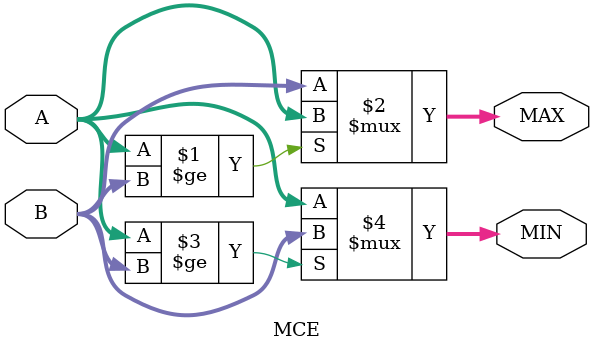
<source format=sv>
module MCE(A,B,MAX,MIN);

input [7:0] A;
input [7:0] B;
output [7:0] MAX;
output [7:0] MIN;

assign MAX=(A>=B)?A:B;//compare without always final
assign MIN=(A>=B)?B:A;
endmodule

</source>
